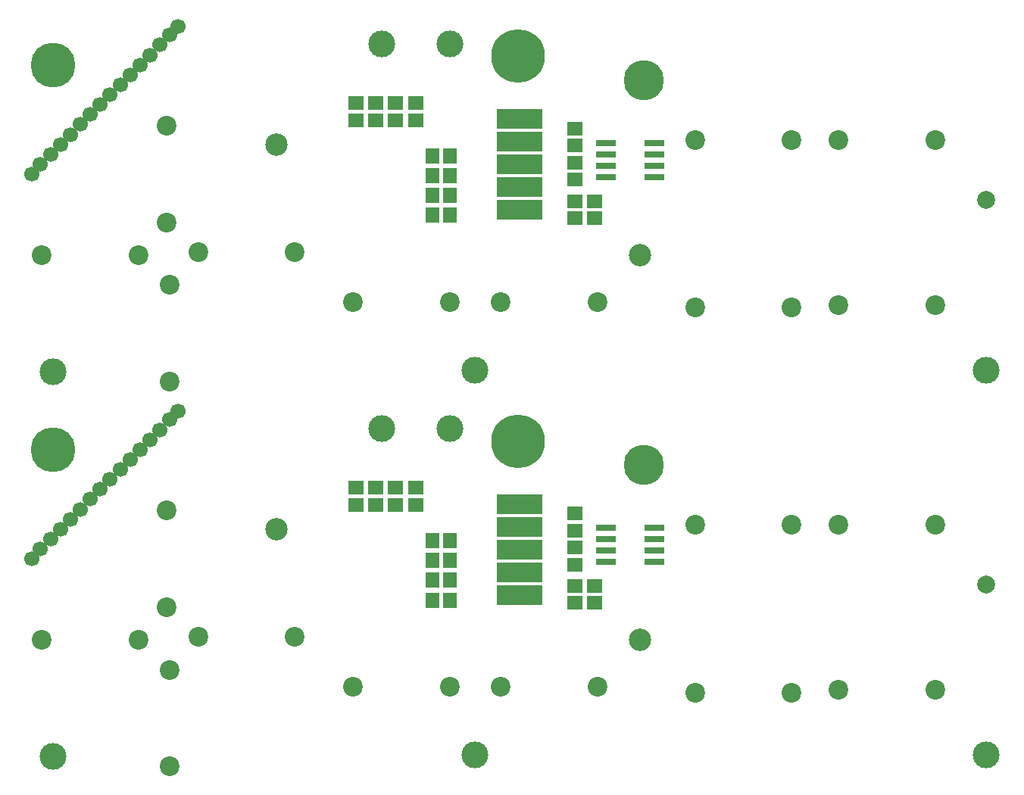
<source format=gbs>
G04 DipTrace 3.3.1.3*
G04 bottom_mask_dendy_gamepad_Remastered_rev2.9_4021.gbs*
%MOMM*%
G04 #@! TF.FileFunction,Soldermask,Bot*
G04 #@! TF.Part,Single*
%ADD30C,3.0*%
%ADD31C,5.0*%
%ADD32C,6.0*%
%ADD33C,2.5*%
%ADD34C,2.0*%
%ADD35C,4.5*%
%ADD40R,2.2X0.8*%
%ADD44R,1.5X1.7*%
%ADD46R,5.2X2.2*%
%ADD48C,1.7*%
%ADD50R,1.7X1.5*%
%ADD52C,2.2*%
%FSLAX35Y35*%
G04*
G71*
G90*
G75*
G01*
G04 BotMask*
%LPD*%
D52*
X2968707Y2667050D3*
X4048207D3*
X2301887Y2635297D3*
X1222387D3*
X2651173Y2301887D3*
Y1222387D3*
X2619420Y3000460D3*
Y4079960D3*
X7430050Y2111367D3*
X6350550D3*
X4699263D3*
X5778763D3*
X8525540Y2047860D3*
X9605040D3*
X11208697Y2079613D3*
X10129197D3*
X9605153Y3921307D3*
X8525653D3*
X11208697D3*
X10129197D3*
D50*
X7176023Y3048090D3*
Y3238090D3*
X7398297Y3048610D3*
Y3238610D3*
D30*
X11780257Y1349310D3*
D31*
X1349300Y4762740D3*
D30*
X1349287Y1333410D3*
X6064687Y1349310D3*
D32*
X6541000Y4858000D3*
D30*
X5016787Y5000910D3*
X5778887D3*
D33*
X7906387Y2635310D3*
X3841987Y3873710D3*
D34*
X11780287Y3254510D3*
D35*
X7953987Y4588110D3*
D48*
X1206397Y3651403D3*
X1428670Y3873677D3*
X1539807Y3984813D3*
X1984353Y4429360D3*
X1762080Y4207087D3*
X1873217Y4318223D3*
X2095490Y4540497D3*
X2206627Y4651633D3*
X2317763Y4762770D3*
X1650943Y4095950D3*
X2428900Y4873907D3*
X2540037Y4985043D3*
X1111137Y3540267D3*
X2651173Y5096180D3*
X2746433Y5191440D3*
D46*
X6560450Y4155920D3*
Y3901920D3*
Y3647920D3*
Y3393920D3*
Y3139813D3*
D48*
X1317533Y3762540D3*
D50*
X7176023Y4048320D3*
Y3858320D3*
Y3667280D3*
Y3477280D3*
X5397837Y4334100D3*
Y4144100D3*
X5175563Y4334100D3*
Y4144100D3*
X4953290Y4334100D3*
Y4144100D3*
X4731017Y4334100D3*
Y4144100D3*
D44*
X5778877Y3746663D3*
X5588877D3*
X5778877Y3524390D3*
X5588877D3*
X5778877Y3302117D3*
X5588877D3*
X5778617Y3079583D3*
X5588617D3*
D40*
X8065117Y3889553D3*
Y3762553D3*
Y3635553D3*
Y3508553D3*
X7525117D3*
Y3635553D3*
Y3762553D3*
Y3889553D3*
D52*
X2968707Y6969647D3*
X4048207D3*
X2301887Y6937893D3*
X1222387D3*
X2651173Y6604483D3*
Y5524983D3*
X2619420Y7303057D3*
Y8382557D3*
X7430050Y6413963D3*
X6350550D3*
X4699263D3*
X5778763D3*
X8525540Y6350457D3*
X9605040D3*
X11208697Y6382210D3*
X10129197D3*
X9605153Y8223903D3*
X8525653D3*
X11208697D3*
X10129197D3*
D50*
X7176023Y7350687D3*
Y7540687D3*
X7398297Y7351207D3*
Y7541207D3*
D30*
X11780257Y5651907D3*
D31*
X1349300Y9065337D3*
D30*
X1349287Y5636007D3*
X6064687Y5651907D3*
D32*
X6541000Y9160597D3*
D30*
X5016787Y9303507D3*
X5778887D3*
D33*
X7906387Y6937907D3*
X3841987Y8176307D3*
D34*
X11780287Y7557107D3*
D35*
X7953987Y8890707D3*
D48*
X1206397Y7954000D3*
X1428670Y8176273D3*
X1539807Y8287410D3*
X1984353Y8731957D3*
X1762080Y8509683D3*
X1873217Y8620820D3*
X2095490Y8843093D3*
X2206627Y8954230D3*
X2317763Y9065367D3*
X1650943Y8398547D3*
X2428900Y9176503D3*
X2540037Y9287640D3*
X1111137Y7842863D3*
X2651173Y9398777D3*
X2746433Y9494037D3*
D46*
X6560450Y8458517D3*
Y8204517D3*
Y7950517D3*
Y7696517D3*
Y7442410D3*
D48*
X1317533Y8065137D3*
D50*
X7176023Y8350917D3*
Y8160917D3*
Y7969877D3*
Y7779877D3*
X5397837Y8636697D3*
Y8446697D3*
X5175563Y8636697D3*
Y8446697D3*
X4953290Y8636697D3*
Y8446697D3*
X4731017Y8636697D3*
Y8446697D3*
D44*
X5778877Y8049260D3*
X5588877D3*
X5778877Y7826987D3*
X5588877D3*
X5778877Y7604713D3*
X5588877D3*
X5778617Y7382180D3*
X5588617D3*
D40*
X8065117Y8192150D3*
Y8065150D3*
Y7938150D3*
Y7811150D3*
X7525117D3*
Y7938150D3*
Y8065150D3*
Y8192150D3*
M02*

</source>
